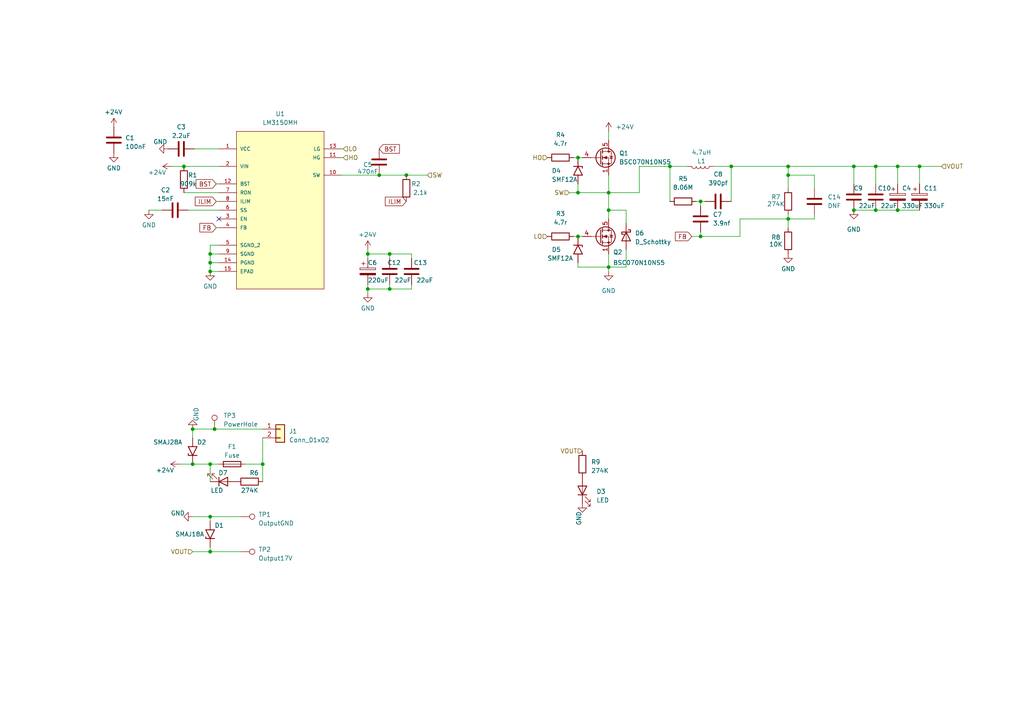
<source format=kicad_sch>
(kicad_sch (version 20230121) (generator eeschema)
  (paper "A4")
  (lib_symbols
    (symbol "0_RM2023:LM3150MH" (pin_names (offset 1.016))
      (property "Reference" "U" (at -4.4958 22.479 0))
      (property "Value" "LM3150MH" (at -6.1214 -28.7528 0))
      (symbol "LM3150MH_0_0"
        (rectangle (start -12.7 -25.4) (end 12.7 20.32) (stroke (width 0.1524)) (fill (type background)))
        (pin power_in line (at -17.78 15.24 0) (length 5.08) (name "VCC") (number "1"))
        (pin output line (at 17.78 7.62 180) (length 5.08) (name "SW") (number "10"))
        (pin output line (at 17.78 12.7 180) (length 5.08) (name "HG") (number "11"))
        (pin input line (at -17.78 5.08 0) (length 5.08) (name "BST") (number "12"))
        (pin output line (at 17.78 15.24 180) (length 5.08) (name "LG") (number "13"))
        (pin passive line (at -17.78 -17.78 0) (length 5.08) (name "PGND") (number "14"))
        (pin passive line (at -17.78 -20.32 0) (length 5.08) (name "EPAD") (number "15"))
        (pin input line (at -17.78 10.16 0) (length 5.08) (name "VIN") (number "2"))
        (pin input line (at -17.78 -5.08 0) (length 5.08) (name "EN") (number "3"))
        (pin input line (at -17.78 -7.62 0) (length 5.08) (name "FB") (number "4"))
        (pin passive line (at -17.78 -12.7 0) (length 5.08) (name "SGND_2") (number "5"))
        (pin input line (at -17.78 -2.54 0) (length 5.08) (name "SS") (number "6"))
        (pin input line (at -17.78 2.54 0) (length 5.08) (name "RON") (number "7"))
        (pin input line (at -17.78 0 0) (length 5.08) (name "ILIM") (number "8"))
        (pin passive line (at -17.78 -15.24 0) (length 5.08) (name "SGND") (number "9"))
      )
    )
    (symbol "Connector:TestPoint" (pin_numbers hide) (pin_names (offset 0.762) hide)
      (property "Reference" "TP" (at 0 6.858 0))
      (property "Value" "TestPoint" (at 0 5.08 0))
      (symbol "TestPoint_0_1"
        (circle (center 0 3.302) (radius 0.762))
      )
      (symbol "TestPoint_1_1"
        (pin passive line (at 0 0 90) (length 2.54) (name "1") (number "1"))
      )
    )
    (symbol "Connector_Generic:Conn_01x02" (pin_names (offset 1.016) hide)
      (property "Reference" "J" (at 0 2.54 0))
      (property "Value" "Conn_01x02" (at 0 -5.08 0))
      (symbol "Conn_01x02_1_1"
        (rectangle (start -1.27 -2.413) (end 0 -2.667) (stroke (width 0.1524)))
        (rectangle (start -1.27 0.127) (end 0 -0.127) (stroke (width 0.1524)))
        (rectangle (start -1.27 1.27) (end 1.27 -3.81) (stroke (width 0.254)) (fill (type background)))
        (pin passive line (at -5.08 0 0) (length 3.81) (name "Pin_1") (number "1"))
        (pin passive line (at -5.08 -2.54 0) (length 3.81) (name "Pin_2") (number "2"))
      )
    )
    (symbol "Device:C" (pin_numbers hide) (pin_names (offset 0.254))
      (property "Reference" "C" (at 0.635 2.54 0))
      (property "Value" "C" (at 0.635 -2.54 0))
      (symbol "C_0_1"
        (polyline (pts (xy -2.032 -0.762) (xy 2.032 -0.762)) (stroke (width 0.508)))
        (polyline (pts (xy -2.032 0.762) (xy 2.032 0.762)) (stroke (width 0.508)))
      )
      (symbol "C_1_1"
        (pin passive line (at 0 3.81 270) (length 2.794) (name "~") (number "1"))
        (pin passive line (at 0 -3.81 90) (length 2.794) (name "~") (number "2"))
      )
    )
    (symbol "Device:C_Polarized" (pin_numbers hide) (pin_names (offset 0.254))
      (property "Reference" "C" (at 0.635 2.54 0))
      (property "Value" "C_Polarized" (at 0.635 -2.54 0))
      (symbol "C_Polarized_0_1"
        (rectangle (start -2.286 0.508) (end 2.286 1.016))
        (polyline (pts (xy -1.778 2.286) (xy -0.762 2.286)))
        (polyline (pts (xy -1.27 2.794) (xy -1.27 1.778)))
        (rectangle (start 2.286 -0.508) (end -2.286 -1.016) (fill (type outline)))
      )
      (symbol "C_Polarized_1_1"
        (pin passive line (at 0 3.81 270) (length 2.794) (name "~") (number "1"))
        (pin passive line (at 0 -3.81 90) (length 2.794) (name "~") (number "2"))
      )
    )
    (symbol "Device:D_Schottky" (pin_numbers hide) (pin_names (offset 1.016) hide)
      (property "Reference" "D" (at 0 2.54 0))
      (property "Value" "D_Schottky" (at 0 -2.54 0))
      (symbol "D_Schottky_0_1"
        (polyline (pts (xy 1.27 0) (xy -1.27 0)))
        (polyline (pts (xy 1.27 1.27) (xy 1.27 -1.27) (xy -1.27 0) (xy 1.27 1.27)) (stroke (width 0.254)))
        (polyline (pts (xy -1.905 0.635) (xy -1.905 1.27) (xy -1.27 1.27) (xy -1.27 -1.27) (xy -0.635 -1.27) (xy -0.635 -0.635)) (stroke (width 0.254)))
      )
      (symbol "D_Schottky_1_1"
        (pin passive line (at -3.81 0 0) (length 2.54) (name "K") (number "1"))
        (pin passive line (at 3.81 0 180) (length 2.54) (name "A") (number "2"))
      )
    )
    (symbol "Device:Fuse" (pin_numbers hide) (pin_names (offset 0))
      (property "Reference" "F" (at 2.032 0 90))
      (property "Value" "Fuse" (at -1.905 0 90))
      (symbol "Fuse_0_1"
        (rectangle (start -0.762 -2.54) (end 0.762 2.54) (stroke (width 0.254)))
        (polyline (pts (xy 0 2.54) (xy 0 -2.54)))
      )
      (symbol "Fuse_1_1"
        (pin passive line (at 0 3.81 270) (length 1.27) (name "~") (number "1"))
        (pin passive line (at 0 -3.81 90) (length 1.27) (name "~") (number "2"))
      )
    )
    (symbol "Device:L" (pin_numbers hide) (pin_names (offset 1.016) hide)
      (property "Reference" "L" (at -1.27 0 90))
      (property "Value" "L" (at 1.905 0 90))
      (symbol "L_0_1"
        (arc (start 0 -2.54) (mid 0.6323 -1.905) (end 0 -1.27))
        (arc (start 0 -1.27) (mid 0.6323 -0.635) (end 0 0))
        (arc (start 0 0) (mid 0.6323 0.635) (end 0 1.27))
        (arc (start 0 1.27) (mid 0.6323 1.905) (end 0 2.54))
      )
      (symbol "L_1_1"
        (pin passive line (at 0 3.81 270) (length 1.27) (name "1") (number "1"))
        (pin passive line (at 0 -3.81 90) (length 1.27) (name "2") (number "2"))
      )
    )
    (symbol "Device:LED" (pin_numbers hide) (pin_names (offset 1.016) hide)
      (property "Reference" "D" (at 0 2.54 0))
      (property "Value" "LED" (at 0 -2.54 0))
      (symbol "LED_0_1"
        (polyline (pts (xy -1.27 -1.27) (xy -1.27 1.27)) (stroke (width 0.254)))
        (polyline (pts (xy -1.27 0) (xy 1.27 0)))
        (polyline (pts (xy 1.27 -1.27) (xy 1.27 1.27) (xy -1.27 0) (xy 1.27 -1.27)) (stroke (width 0.254)))
        (polyline (pts (xy -3.048 -0.762) (xy -4.572 -2.286) (xy -3.81 -2.286) (xy -4.572 -2.286) (xy -4.572 -1.524)))
        (polyline (pts (xy -1.778 -0.762) (xy -3.302 -2.286) (xy -2.54 -2.286) (xy -3.302 -2.286) (xy -3.302 -1.524)))
      )
      (symbol "LED_1_1"
        (pin passive line (at -3.81 0 0) (length 2.54) (name "K") (number "1"))
        (pin passive line (at 3.81 0 180) (length 2.54) (name "A") (number "2"))
      )
    )
    (symbol "Device:R" (pin_numbers hide) (pin_names (offset 0))
      (property "Reference" "R" (at 2.032 0 90))
      (property "Value" "R" (at 0 0 90))
      (symbol "R_0_1"
        (rectangle (start -1.016 -2.54) (end 1.016 2.54) (stroke (width 0.254)))
      )
      (symbol "R_1_1"
        (pin passive line (at 0 3.81 270) (length 1.27) (name "~") (number "1"))
        (pin passive line (at 0 -3.81 90) (length 1.27) (name "~") (number "2"))
      )
    )
    (symbol "Diode:SM6T30A" (pin_numbers hide) (pin_names (offset 1.016) hide)
      (property "Reference" "D" (at 0 2.54 0))
      (property "Value" "SM6T30A" (at 0 -2.54 0))
      (symbol "SM6T30A_0_1"
        (polyline (pts (xy -0.762 1.27) (xy -1.27 1.27) (xy -1.27 -1.27)) (stroke (width 0.254)))
        (polyline (pts (xy 1.27 1.27) (xy 1.27 -1.27) (xy -1.27 0) (xy 1.27 1.27)) (stroke (width 0.254)))
      )
      (symbol "SM6T30A_1_1"
        (pin passive line (at -3.81 0 0) (length 2.54) (name "A1") (number "1"))
        (pin passive line (at 3.81 0 180) (length 2.54) (name "A2") (number "2"))
      )
    )
    (symbol "Diode:SMF12A" (pin_numbers hide) (pin_names (offset 1.016) hide)
      (property "Reference" "D" (at 0 2.54 0))
      (property "Value" "SMF12A" (at 0 -2.54 0))
      (symbol "SMF12A_0_1"
        (polyline (pts (xy -0.762 1.27) (xy -1.27 1.27) (xy -1.27 -1.27)) (stroke (width 0.254)))
        (polyline (pts (xy 1.27 1.27) (xy 1.27 -1.27) (xy -1.27 0) (xy 1.27 1.27)) (stroke (width 0.254)))
      )
      (symbol "SMF12A_1_1"
        (pin passive line (at -3.81 0 0) (length 2.54) (name "A1") (number "1"))
        (pin passive line (at 3.81 0 180) (length 2.54) (name "A2") (number "2"))
      )
    )
    (symbol "Transistor_FET:BSC070N10NS5" (pin_names hide)
      (property "Reference" "Q" (at 5.08 1.905 0))
      (property "Value" "BSC070N10NS5" (at 5.08 0 0))
      (symbol "BSC070N10NS5_0_1"
        (polyline (pts (xy 0.254 0) (xy -2.54 0)))
        (polyline (pts (xy 0.254 1.905) (xy 0.254 -1.905)) (stroke (width 0.254)))
        (polyline (pts (xy 0.762 -1.27) (xy 0.762 -2.286)) (stroke (width 0.254)))
        (polyline (pts (xy 0.762 0.508) (xy 0.762 -0.508)) (stroke (width 0.254)))
        (polyline (pts (xy 0.762 2.286) (xy 0.762 1.27)) (stroke (width 0.254)))
        (polyline (pts (xy 2.54 2.54) (xy 2.54 1.778)))
        (polyline (pts (xy 2.54 -2.54) (xy 2.54 0) (xy 0.762 0)))
        (polyline (pts (xy 0.762 -1.778) (xy 3.302 -1.778) (xy 3.302 1.778) (xy 0.762 1.778)))
        (polyline (pts (xy 1.016 0) (xy 2.032 0.381) (xy 2.032 -0.381) (xy 1.016 0)) (fill (type outline)))
        (polyline (pts (xy 2.794 0.508) (xy 2.921 0.381) (xy 3.683 0.381) (xy 3.81 0.254)))
        (polyline (pts (xy 3.302 0.381) (xy 2.921 -0.254) (xy 3.683 -0.254) (xy 3.302 0.381)))
        (circle (center 1.651 0) (radius 2.794) (stroke (width 0.254)))
        (circle (center 2.54 -1.778) (radius 0.254) (fill (type outline)))
        (circle (center 2.54 1.778) (radius 0.254) (fill (type outline)))
      )
      (symbol "BSC070N10NS5_1_1"
        (pin passive line (at 2.54 -5.08 90) (length 2.54) (name "S") (number "1"))
        (pin passive line (at 2.54 -5.08 90) (length 2.54) hide (name "S") (number "2"))
        (pin passive line (at 2.54 -5.08 90) (length 2.54) hide (name "S") (number "3"))
        (pin passive line (at -5.08 0 0) (length 2.54) (name "G") (number "4"))
        (pin passive line (at 2.54 5.08 270) (length 2.54) (name "D") (number "5"))
      )
    )
    (symbol "power:+24V" (power) (pin_names (offset 0))
      (property "Value" "+24V" (at 0 3.556 0))
      (symbol "+24V_0_1"
        (polyline (pts (xy -0.762 1.27) (xy 0 2.54)))
        (polyline (pts (xy 0 0) (xy 0 2.54)))
        (polyline (pts (xy 0 2.54) (xy 0.762 1.27)))
      )
      (symbol "+24V_1_1"
        (pin power_in line (at 0 0 90) (length 0) hide (name "+24V") (number "1"))
      )
    )
    (symbol "power:GND" (power) (pin_names (offset 0))
      (property "Value" "GND" (at 0 -3.81 0))
      (symbol "GND_0_1"
        (polyline (pts (xy 0 0) (xy 0 -1.27) (xy 1.27 -1.27) (xy 0 -2.54) (xy -1.27 -1.27) (xy 0 -1.27)))
      )
      (symbol "GND_1_1"
        (pin power_in line (at 0 0 270) (length 0) hide (name "GND") (number "1"))
      )
    )
  )
  (junction (at 76.2 134.62))
  (junction (at 60.96 78.74))
  (junction (at 109.982 50.8))
  (junction (at 228.6 63.5))
  (junction (at 260.35 48.26))
  (junction (at 203.2 58.42))
  (junction (at 260.35 60.96))
  (junction (at 53.34 48.26))
  (junction (at 55.88 134.62))
  (junction (at 117.856 50.8))
  (junction (at 247.65 60.96))
  (junction (at 176.53 55.88))
  (junction (at 167.64 55.88))
  (junction (at 228.6 50.8))
  (junction (at 167.64 45.72))
  (junction (at 266.7 48.26))
  (junction (at 203.2 68.58))
  (junction (at 254 48.26))
  (junction (at 55.88 124.46))
  (junction (at 194.31 48.26))
  (junction (at 176.53 60.96))
  (junction (at 254 60.96))
  (junction (at 60.96 73.66))
  (junction (at 247.65 48.26))
  (junction (at 176.53 77.47))
  (junction (at 106.68 83.82))
  (junction (at 113.03 73.66))
  (junction (at 62.23 124.46))
  (junction (at 212.09 48.26))
  (junction (at 60.96 76.2))
  (junction (at 167.64 68.58))
  (junction (at 60.96 149.86))
  (junction (at 60.96 160.02))
  (junction (at 113.03 83.82))
  (junction (at 106.68 73.66))
  (junction (at 228.6 48.26))
  (junction (at 60.96 134.62))
  (no_connect (at 63.5 63.5))
  (wire (pts (xy 228.6 48.26) (xy 228.6 50.8)))
  (wire (pts (xy 53.34 48.26) (xy 63.5 48.26)))
  (wire (pts (xy 60.96 71.12) (xy 60.96 73.66)))
  (wire (pts (xy 119.38 82.55) (xy 119.38 83.82)))
  (wire (pts (xy 247.65 48.26) (xy 254 48.26)))
  (wire (pts (xy 60.96 76.2) (xy 60.96 78.74)))
  (wire (pts (xy 167.64 68.58) (xy 168.91 68.58)))
  (wire (pts (xy 236.22 63.5) (xy 228.6 63.5)))
  (wire (pts (xy 236.22 50.8) (xy 236.22 54.61)))
  (wire (pts (xy 56.388 43.18) (xy 63.5 43.18)))
  (wire (pts (xy 60.96 134.62) (xy 63.5 134.62)))
  (wire (pts (xy 166.37 68.58) (xy 167.64 68.58)))
  (wire (pts (xy 185.42 48.26) (xy 194.31 48.26)))
  (wire (pts (xy 165.1 55.88) (xy 167.64 55.88)))
  (wire (pts (xy 176.53 60.96) (xy 176.53 63.5)))
  (wire (pts (xy 55.88 160.02) (xy 60.96 160.02)))
  (wire (pts (xy 176.53 38.1) (xy 176.53 40.64)))
  (wire (pts (xy 106.68 73.66) (xy 106.68 74.93)))
  (wire (pts (xy 181.61 72.39) (xy 181.61 77.47)))
  (wire (pts (xy 266.7 48.26) (xy 273.05 48.26)))
  (wire (pts (xy 203.2 67.31) (xy 203.2 68.58)))
  (wire (pts (xy 60.96 149.86) (xy 60.96 151.13)))
  (wire (pts (xy 62.23 124.46) (xy 76.2 124.46)))
  (wire (pts (xy 99.06 43.18) (xy 99.568 43.18)))
  (wire (pts (xy 52.07 134.62) (xy 55.88 134.62)))
  (wire (pts (xy 53.34 55.88) (xy 63.5 55.88)))
  (wire (pts (xy 166.37 45.72) (xy 167.64 45.72)))
  (wire (pts (xy 204.47 58.42) (xy 203.2 58.42)))
  (wire (pts (xy 76.2 134.62) (xy 76.2 139.7)))
  (wire (pts (xy 49.784 48.26) (xy 53.34 48.26)))
  (wire (pts (xy 203.2 68.58) (xy 214.63 68.58)))
  (wire (pts (xy 106.68 73.66) (xy 113.03 73.66)))
  (wire (pts (xy 176.53 77.47) (xy 176.53 73.66)))
  (wire (pts (xy 260.35 60.96) (xy 266.7 60.96)))
  (wire (pts (xy 228.6 50.8) (xy 236.22 50.8)))
  (wire (pts (xy 194.31 48.26) (xy 194.31 58.42)))
  (wire (pts (xy 106.68 85.09) (xy 106.68 83.82)))
  (wire (pts (xy 228.6 63.5) (xy 228.6 62.23)))
  (wire (pts (xy 113.03 73.66) (xy 113.03 74.93)))
  (wire (pts (xy 60.96 134.62) (xy 60.96 139.7)))
  (wire (pts (xy 254 60.96) (xy 260.35 60.96)))
  (wire (pts (xy 254 48.26) (xy 260.35 48.26)))
  (wire (pts (xy 55.88 124.46) (xy 55.88 127)))
  (wire (pts (xy 176.53 55.88) (xy 176.53 60.96)))
  (wire (pts (xy 181.61 60.96) (xy 181.61 64.77)))
  (wire (pts (xy 106.68 83.82) (xy 106.68 82.55)))
  (wire (pts (xy 55.88 149.86) (xy 60.96 149.86)))
  (wire (pts (xy 203.2 58.42) (xy 203.2 59.69)))
  (wire (pts (xy 60.96 160.02) (xy 69.85 160.02)))
  (wire (pts (xy 200.66 68.58) (xy 203.2 68.58)))
  (wire (pts (xy 99.06 45.72) (xy 99.568 45.72)))
  (wire (pts (xy 63.5 58.42) (xy 62.738 58.42)))
  (wire (pts (xy 106.68 72.39) (xy 106.68 73.66)))
  (wire (pts (xy 55.88 134.62) (xy 60.96 134.62)))
  (wire (pts (xy 60.96 78.74) (xy 63.5 78.74)))
  (wire (pts (xy 167.64 45.72) (xy 168.91 45.72)))
  (wire (pts (xy 43.18 60.96) (xy 46.99 60.96)))
  (wire (pts (xy 60.96 149.86) (xy 69.85 149.86)))
  (wire (pts (xy 228.6 66.04) (xy 228.6 63.5)))
  (wire (pts (xy 176.53 78.74) (xy 176.53 77.47)))
  (wire (pts (xy 113.03 82.55) (xy 113.03 83.82)))
  (wire (pts (xy 119.38 74.93) (xy 119.38 73.66)))
  (wire (pts (xy 254 48.26) (xy 254 53.34)))
  (wire (pts (xy 113.03 83.82) (xy 119.38 83.82)))
  (wire (pts (xy 167.64 76.2) (xy 167.64 77.47)))
  (wire (pts (xy 181.61 77.47) (xy 176.53 77.47)))
  (wire (pts (xy 199.39 48.26) (xy 194.31 48.26)))
  (wire (pts (xy 60.96 73.66) (xy 60.96 76.2)))
  (wire (pts (xy 54.61 60.96) (xy 63.5 60.96)))
  (wire (pts (xy 167.64 77.47) (xy 176.53 77.47)))
  (wire (pts (xy 236.22 62.23) (xy 236.22 63.5)))
  (wire (pts (xy 212.09 48.26) (xy 228.6 48.26)))
  (wire (pts (xy 214.63 68.58) (xy 214.63 63.5)))
  (wire (pts (xy 63.5 71.12) (xy 60.96 71.12)))
  (wire (pts (xy 228.6 50.8) (xy 228.6 54.61)))
  (wire (pts (xy 63.5 66.04) (xy 62.738 66.04)))
  (wire (pts (xy 185.42 55.88) (xy 185.42 48.26)))
  (wire (pts (xy 106.68 83.82) (xy 113.03 83.82)))
  (wire (pts (xy 99.06 50.8) (xy 109.982 50.8)))
  (wire (pts (xy 247.65 60.96) (xy 254 60.96)))
  (wire (pts (xy 260.35 48.26) (xy 266.7 48.26)))
  (wire (pts (xy 63.5 73.66) (xy 60.96 73.66)))
  (wire (pts (xy 63.5 76.2) (xy 60.96 76.2)))
  (wire (pts (xy 214.63 63.5) (xy 228.6 63.5)))
  (wire (pts (xy 167.64 55.88) (xy 176.53 55.88)))
  (wire (pts (xy 203.2 58.42) (xy 201.93 58.42)))
  (wire (pts (xy 55.88 124.46) (xy 62.23 124.46)))
  (wire (pts (xy 266.7 48.26) (xy 266.7 53.34)))
  (wire (pts (xy 228.6 48.26) (xy 247.65 48.26)))
  (wire (pts (xy 71.12 134.62) (xy 76.2 134.62)))
  (wire (pts (xy 176.53 55.88) (xy 185.42 55.88)))
  (wire (pts (xy 260.35 48.26) (xy 260.35 53.34)))
  (wire (pts (xy 63.5 53.34) (xy 62.738 53.34)))
  (wire (pts (xy 117.856 50.8) (xy 123.952 50.8)))
  (wire (pts (xy 212.09 48.26) (xy 212.09 58.42)))
  (wire (pts (xy 167.64 53.34) (xy 167.64 55.88)))
  (wire (pts (xy 212.09 48.26) (xy 207.01 48.26)))
  (wire (pts (xy 176.53 60.96) (xy 181.61 60.96)))
  (wire (pts (xy 176.53 50.8) (xy 176.53 55.88)))
  (wire (pts (xy 60.96 158.75) (xy 60.96 160.02)))
  (wire (pts (xy 113.03 73.66) (xy 119.38 73.66)))
  (wire (pts (xy 76.2 127) (xy 76.2 134.62)))
  (wire (pts (xy 109.982 50.8) (xy 117.856 50.8)))
  (wire (pts (xy 247.65 48.26) (xy 247.65 53.34)))
  (global_label "ILIM" (shape input) (at 62.738 58.42 180) (property "Intersheetrefs" "${INTERSHEET_REFS}" (effects hide)))
  (global_label "FB" (shape input) (at 200.66 68.58 180) (property "Intersheetrefs" "${INTERSHEET_REFS}" (effects hide)))
  (global_label "BST" (shape input) (at 109.982 43.18 0) (property "Intersheetrefs" "${INTERSHEET_REFS}" (effects hide)))
  (global_label "ILIM" (shape input) (at 117.856 58.42 180) (property "Intersheetrefs" "${INTERSHEET_REFS}" (effects hide)))
  (global_label "FB" (shape input) (at 62.738 66.04 180) (property "Intersheetrefs" "${INTERSHEET_REFS}" (effects hide)))
  (global_label "BST" (shape input) (at 62.738 53.34 180) (property "Intersheetrefs" "${INTERSHEET_REFS}" (effects hide)))
  (hierarchical_label "SW" (shape input) (at 165.1 55.88 180))
  (hierarchical_label "HO" (shape input) (at 158.75 45.72 180))
  (hierarchical_label "HO" (shape input) (at 99.568 45.72 0))
  (hierarchical_label "VOUT" (shape input) (at 55.88 160.02 180))
  (hierarchical_label "VOUT" (shape input) (at 168.91 130.81 180))
  (hierarchical_label "SW" (shape input) (at 123.952 50.8 0))
  (hierarchical_label "LO" (shape input) (at 158.75 68.58 180))
  (hierarchical_label "LO" (shape input) (at 99.568 43.18 0))
  (hierarchical_label "VOUT" (shape input) (at 273.05 48.26 0))
  (symbol (lib_id "Transistor_FET:BSC070N10NS5") (at 173.99 45.72 0) (unit 1)
    (property "Reference" "Q1" (at 179.578 44.4499 0) (effects (justify left)))
    (property "Value" "BSC070N10NS5" (at 179.578 46.9899 0) (effects (justify left)))
    (property "Footprint" "Package_TO_SOT_SMD:TDSON-8-1" (effects hide))
    (property "Datasheet" "http://www.infineon.com/dgdl/Infineon-BSC070N10NS5-DS-v02_01-EN.pdf?fileId=5546d4624a0bf290014a0fc62d9d6b3c" (effects hide))
  )
  (symbol (lib_id "power:GND") (at 168.91 146.05 0) (unit 1)
    (property "Reference" "#PWR0114" (effects hide))
    (property "Value" "GND" (at 167.894 152.4 90) (effects (justify left)))
  )
  (symbol (lib_id "Device:LED") (at 64.77 139.7 0) (mirror x) (unit 1)
    (property "Reference" "D7" (at 66.04 137.16 0) (effects (justify right)))
    (property "Value" "LED" (at 64.77 142.24 0) (effects (justify right)))
    (property "Footprint" "LED_SMD:LED_0603_1608Metric" (effects hide))
  )
  (symbol (lib_id "Device:C") (at 109.982 46.99 180) (unit 1)
    (property "Reference" "C5" (at 106.68 47.752 0))
    (property "Value" "470nF" (at 106.68 49.784 0))
    (property "Footprint" "Capacitor_SMD:C_0603_1608Metric" (effects hide))
  )
  (symbol (lib_id "Device:R") (at 72.39 139.7 270) (mirror x) (unit 1)
    (property "Reference" "R6" (at 72.39 137.16 90) (effects (justify left)))
    (property "Value" "274K" (at 69.85 142.24 90) (effects (justify left)))
    (property "Footprint" "Resistor_SMD:R_0603_1608Metric" (effects hide))
  )
  (symbol (lib_id "Device:L") (at 203.2 48.26 90) (mirror x) (unit 1)
    (property "Reference" "L1" (at 203.454 46.736 90))
    (property "Value" "4.7uH" (at 203.454 44.196 90))
    (property "Footprint" "0_RM2023:Inductor_RM6" (effects hide))
  )
  (symbol (lib_id "Device:LED") (at 168.91 142.24 90) (unit 1)
    (property "Reference" "D3" (at 172.974 142.5574 90) (effects (justify right)))
    (property "Value" "LED" (at 172.974 145.0974 90) (effects (justify right)))
    (property "Footprint" "LED_SMD:LED_0603_1608Metric" (effects hide))
  )
  (symbol (lib_id "Device:C_Polarized") (at 260.35 57.15 0) (unit 1)
    (property "Reference" "C4" (at 261.62 54.61 0) (effects (justify left)))
    (property "Value" "330uF" (at 261.62 59.69 0) (effects (justify left)))
    (property "Footprint" "Capacitor_THT:CP_Radial_D8.0mm_P3.50mm" (effects hide))
  )
  (symbol (lib_id "power:GND") (at 55.88 149.86 270) (unit 1)
    (property "Reference" "#PWR0113" (effects hide))
    (property "Value" "GND" (at 49.53 148.844 90) (effects (justify left)))
  )
  (symbol (lib_id "Connector:TestPoint") (at 69.85 149.86 270) (unit 1)
    (property "Reference" "TP1" (at 74.93 149.225 90) (effects (justify left)))
    (property "Value" "OutputGND" (at 74.93 151.765 90) (effects (justify left)))
    (property "Footprint" "TestPoint:TestPoint_Plated_Hole_D3.0mm" (effects hide))
  )
  (symbol (lib_id "Device:R") (at 228.6 58.42 180) (unit 1)
    (property "Reference" "R7" (at 225.044 57.15 0))
    (property "Value" "274K" (at 225.044 59.182 0))
    (property "Footprint" "Resistor_SMD:R_0603_1608Metric" (effects hide))
  )
  (symbol (lib_id "0_RM2023:LM3150MH") (at 81.28 58.42 0) (unit 1)
    (property "Reference" "U1" (at 81.28 33.02 0))
    (property "Value" "LM3150MH" (at 81.28 35.56 0))
    (property "Footprint" "Package_SO:HTSSOP-14-1EP_4.4x5mm_P0.65mm_EP3.4x5mm_Mask3x3.1mm" (effects hide))
    (property "PACKAGE" "TSSOP-14" (effects hide))
    (property "OC_NEWARK" "34P4821" (effects hide))
    (property "MPN" "LM3150MH" (effects hide))
    (property "OC_FARNELL" "-" (effects hide))
    (property "SUPPLIER" "National Semiconductor" (effects hide))
  )
  (symbol (lib_id "Diode:SM6T30A") (at 60.96 154.94 90) (unit 1)
    (property "Reference" "D1" (at 62.23 152.4 90) (effects (justify right)))
    (property "Value" "SMAJ18A" (at 50.8 154.94 90) (effects (justify right)))
    (property "Footprint" "Diode_SMD:D_SMC" (effects hide))
    (property "Datasheet" "https://www.st.com/resource/en/datasheet/sm6t.pdf" (effects hide))
  )
  (symbol (lib_id "Device:D_Schottky") (at 181.61 68.58 270) (unit 1)
    (property "Reference" "D6" (at 184.15 67.6275 90) (effects (justify left)))
    (property "Value" "D_Schottky" (at 184.15 70.1675 90) (effects (justify left)))
    (property "Footprint" "Diode_SMD:D_PowerDI-5" (effects hide))
  )
  (symbol (lib_id "Device:R") (at 53.34 52.07 0) (mirror x) (unit 1)
    (property "Reference" "R1" (at 55.88 50.8 0))
    (property "Value" "909k" (at 54.61 53.34 0))
    (property "Footprint" "Resistor_SMD:R_0603_1608Metric" (effects hide))
  )
  (symbol (lib_id "Device:C") (at 50.8 60.96 90) (unit 1)
    (property "Reference" "C2" (at 48.006 55.118 90))
    (property "Value" "15nF" (at 48.006 57.658 90))
    (property "Footprint" "Capacitor_SMD:C_0603_1608Metric" (effects hide))
  )
  (symbol (lib_id "Device:C") (at 33.02 40.64 0) (unit 1)
    (property "Reference" "C1" (at 36.322 40.005 0) (effects (justify left)))
    (property "Value" "100nF" (at 36.322 42.545 0) (effects (justify left)))
    (property "Footprint" "Capacitor_SMD:C_0603_1608Metric" (effects hide))
  )
  (symbol (lib_id "power:GND") (at 33.02 44.45 0) (unit 1)
    (property "Reference" "#PWR0116" (effects hide))
    (property "Value" "GND" (at 30.988 48.768 0) (effects (justify left)))
  )
  (symbol (lib_id "Device:R") (at 228.6 69.85 180) (unit 1)
    (property "Reference" "R8" (at 225.044 68.834 0))
    (property "Value" "10K" (at 225.044 70.866 0))
    (property "Footprint" "Resistor_SMD:R_0603_1608Metric" (effects hide))
  )
  (symbol (lib_id "Device:C") (at 208.28 58.42 90) (unit 1)
    (property "Reference" "C8" (at 208.28 50.546 90))
    (property "Value" "390pf" (at 208.28 53.086 90))
    (property "Footprint" "Capacitor_SMD:C_0603_1608Metric" (effects hide))
  )
  (symbol (lib_id "Device:C") (at 203.2 63.5 180) (unit 1)
    (property "Reference" "C7" (at 206.756 62.2299 0) (effects (justify right)))
    (property "Value" "3.9nf" (at 206.756 64.7699 0) (effects (justify right)))
    (property "Footprint" "Capacitor_SMD:C_0603_1608Metric" (effects hide))
  )
  (symbol (lib_id "Device:C") (at 236.22 58.42 180) (unit 1)
    (property "Reference" "C14" (at 240.03 57.1499 0) (effects (justify right)))
    (property "Value" "DNF" (at 240.03 59.6899 0) (effects (justify right)))
    (property "Footprint" "Capacitor_SMD:C_0603_1608Metric" (effects hide))
  )
  (symbol (lib_id "Device:R") (at 168.91 134.62 0) (unit 1)
    (property "Reference" "R9" (at 171.45 133.985 0) (effects (justify left)))
    (property "Value" "274K" (at 171.45 136.525 0) (effects (justify left)))
    (property "Footprint" "Resistor_SMD:R_0603_1608Metric" (effects hide))
  )
  (symbol (lib_id "power:GND") (at 247.65 60.96 0) (unit 1)
    (property "Reference" "#PWR02" (effects hide))
    (property "Value" "GND" (at 247.65 66.548 0))
  )
  (symbol (lib_id "power:GND") (at 106.68 85.09 0) (unit 1)
    (property "Reference" "#PWR0103" (effects hide))
    (property "Value" "GND" (at 104.648 89.408 0) (effects (justify left)))
  )
  (symbol (lib_id "power:+24V") (at 52.07 134.62 90) (unit 1)
    (property "Reference" "#PWR0112" (effects hide))
    (property "Value" "+24V" (at 45.212 136.398 90) (effects (justify right)))
  )
  (symbol (lib_id "power:GND") (at 43.18 60.96 0) (unit 1)
    (property "Reference" "#PWR03" (effects hide))
    (property "Value" "GND" (at 41.148 65.278 0) (effects (justify left)))
  )
  (symbol (lib_id "Device:R") (at 198.12 58.42 90) (unit 1)
    (property "Reference" "R5" (at 198.12 51.816 90))
    (property "Value" "8.06M" (at 198.12 54.356 90))
    (property "Footprint" "Resistor_SMD:R_0603_1608Metric" (effects hide))
  )
  (symbol (lib_id "Device:R") (at 117.856 54.61 180) (unit 1)
    (property "Reference" "R2" (at 120.65 53.34 0))
    (property "Value" "2.1k" (at 121.92 55.88 0))
    (property "Footprint" "Resistor_SMD:R_0603_1608Metric" (effects hide))
  )
  (symbol (lib_id "Device:C") (at 52.578 43.18 90) (unit 1)
    (property "Reference" "C3" (at 52.578 36.83 90))
    (property "Value" "2.2uF" (at 52.578 39.37 90))
    (property "Footprint" "Capacitor_SMD:C_0603_1608Metric" (effects hide))
  )
  (symbol (lib_id "power:+24V") (at 176.53 38.1 0) (unit 1)
    (property "Reference" "#PWR0109" (effects hide))
    (property "Value" "+24V" (at 178.562 36.8299 0) (effects (justify left)))
  )
  (symbol (lib_id "power:+24V") (at 33.02 36.83 0) (unit 1)
    (property "Reference" "#PWR0115" (effects hide))
    (property "Value" "+24V" (at 35.56 32.512 0) (effects (justify right)))
  )
  (symbol (lib_id "Device:R") (at 162.56 45.72 90) (unit 1)
    (property "Reference" "R4" (at 162.56 39.116 90))
    (property "Value" "4.7r" (at 162.56 41.656 90))
    (property "Footprint" "Resistor_SMD:R_0603_1608Metric" (effects hide))
  )
  (symbol (lib_id "power:GND") (at 55.88 124.46 180) (unit 1)
    (property "Reference" "#PWR0111" (effects hide))
    (property "Value" "GND" (at 56.896 118.11 90) (effects (justify left)))
  )
  (symbol (lib_id "Device:Fuse") (at 67.31 134.62 90) (unit 1)
    (property "Reference" "F1" (at 67.31 129.54 90))
    (property "Value" "Fuse" (at 67.31 132.08 90))
    (property "Footprint" "Fuse:Fuseholder_Littelfuse_Nano2_157x" (effects hide))
  )
  (symbol (lib_id "Device:C_Polarized") (at 266.7 57.15 0) (unit 1)
    (property "Reference" "C11" (at 267.97 54.61 0) (effects (justify left)))
    (property "Value" "330uF" (at 267.97 59.69 0) (effects (justify left)))
    (property "Footprint" "Capacitor_THT:CP_Radial_D8.0mm_P3.50mm" (effects hide))
  )
  (symbol (lib_id "power:+24V") (at 106.68 72.39 0) (unit 1)
    (property "Reference" "#PWR0102" (effects hide))
    (property "Value" "+24V" (at 109.22 68.072 0) (effects (justify right)))
  )
  (symbol (lib_id "power:GND") (at 48.768 43.18 270) (unit 1)
    (property "Reference" "#PWR0107" (effects hide))
    (property "Value" "GND" (at 44.45 41.148 90) (effects (justify left)))
  )
  (symbol (lib_id "Transistor_FET:BSC070N10NS5") (at 173.99 68.58 0) (unit 1)
    (property "Reference" "Q2" (at 177.8 73.152 0) (effects (justify left)))
    (property "Value" "BSC070N10NS5" (at 177.8 76.2 0) (effects (justify left)))
    (property "Footprint" "Package_TO_SOT_SMD:TDSON-8-1" (effects hide))
    (property "Datasheet" "http://www.infineon.com/dgdl/Infineon-BSC070N10NS5-DS-v02_01-EN.pdf?fileId=5546d4624a0bf290014a0fc62d9d6b3c" (effects hide))
  )
  (symbol (lib_id "Device:C") (at 113.03 78.74 180) (unit 1)
    (property "Reference" "C12" (at 114.3 76.2 0))
    (property "Value" "22uF" (at 116.84 81.28 0))
    (property "Footprint" "Capacitor_SMD:C_1206_3216Metric" (effects hide))
  )
  (symbol (lib_id "Diode:SMF12A") (at 167.64 72.39 270) (unit 1)
    (property "Reference" "D5" (at 160.02 72.39 90) (effects (justify left)))
    (property "Value" "SMF12A" (at 158.75 74.93 90) (effects (justify left)))
    (property "Footprint" "Diode_SMD:D_SMF" (effects hide))
    (property "Datasheet" "https://www.vishay.com/doc?85881" (effects hide))
  )
  (symbol (lib_id "Diode:SMF12A") (at 167.64 49.53 270) (unit 1)
    (property "Reference" "D4" (at 160.02 49.53 90) (effects (justify left)))
    (property "Value" "SMF12A" (at 160.02 52.07 90) (effects (justify left)))
    (property "Footprint" "Diode_SMD:D_SMF" (effects hide))
    (property "Datasheet" "https://www.vishay.com/doc?85881" (effects hide))
  )
  (symbol (lib_id "Device:C") (at 247.65 57.15 180) (unit 1)
    (property "Reference" "C9" (at 248.92 54.61 0))
    (property "Value" "22uF" (at 251.46 59.69 0))
    (property "Footprint" "Capacitor_SMD:C_1206_3216Metric" (effects hide))
  )
  (symbol (lib_id "power:+24V") (at 49.784 48.26 90) (unit 1)
    (property "Reference" "#PWR0108" (effects hide))
    (property "Value" "+24V" (at 42.926 50.038 90) (effects (justify right)))
  )
  (symbol (lib_id "Device:R") (at 162.56 68.58 90) (unit 1)
    (property "Reference" "R3" (at 162.56 61.976 90))
    (property "Value" "4.7r" (at 162.56 64.516 90))
    (property "Footprint" "Resistor_SMD:R_0603_1608Metric" (effects hide))
  )
  (symbol (lib_id "power:GND") (at 228.6 73.66 0) (unit 1)
    (property "Reference" "#PWR01" (effects hide))
    (property "Value" "GND" (at 226.568 77.978 0) (effects (justify left)))
  )
  (symbol (lib_id "Connector:TestPoint") (at 69.85 160.02 270) (unit 1)
    (property "Reference" "TP2" (at 74.93 159.385 90) (effects (justify left)))
    (property "Value" "Output17V" (at 74.93 161.925 90) (effects (justify left)))
    (property "Footprint" "TestPoint:TestPoint_Plated_Hole_D3.0mm" (effects hide))
  )
  (symbol (lib_id "power:GND") (at 176.53 78.74 0) (unit 1)
    (property "Reference" "#PWR0110" (effects hide))
    (property "Value" "GND" (at 176.53 84.328 0))
  )
  (symbol (lib_id "Device:C_Polarized") (at 106.68 78.74 0) (unit 1)
    (property "Reference" "C6" (at 106.68 76.2 0) (effects (justify left)))
    (property "Value" "220uF" (at 106.68 81.28 0) (effects (justify left)))
    (property "Footprint" "Capacitor_THT:CP_Radial_D8.0mm_P3.50mm" (effects hide))
  )
  (symbol (lib_id "Connector:TestPoint") (at 62.23 124.46 0) (unit 1)
    (property "Reference" "TP3" (at 64.77 120.523 0) (effects (justify left)))
    (property "Value" "PowerHole" (at 64.77 123.063 0) (effects (justify left)))
    (property "Footprint" "TestPoint:TestPoint_Plated_Hole_D2.0mm" (effects hide))
  )
  (symbol (lib_id "Device:C") (at 254 57.15 180) (unit 1)
    (property "Reference" "C10" (at 256.54 54.61 0))
    (property "Value" "22uF" (at 257.81 59.69 0))
    (property "Footprint" "Capacitor_SMD:C_1206_3216Metric" (effects hide))
  )
  (symbol (lib_id "Diode:SM6T30A") (at 55.88 130.81 90) (unit 1)
    (property "Reference" "D2" (at 57.15 128.27 90) (effects (justify right)))
    (property "Value" "SMAJ28A" (at 44.45 128.27 90) (effects (justify right)))
    (property "Footprint" "Diode_SMD:D_SMC" (effects hide))
    (property "Datasheet" "https://www.st.com/resource/en/datasheet/sm6t.pdf" (effects hide))
  )
  (symbol (lib_id "Connector_Generic:Conn_01x02") (at 81.28 124.46 0) (unit 1)
    (property "Reference" "J1" (at 83.82 125.095 0) (effects (justify left)))
    (property "Value" "Conn_01x02" (at 83.82 127.635 0) (effects (justify left)))
    (property "Footprint" "Connector_AMASS:AMASS_XT30PW-M_1x02_P2.50mm_Horizontal" (effects hide))
  )
  (symbol (lib_id "Device:C") (at 119.38 78.74 180) (unit 1)
    (property "Reference" "C13" (at 121.92 76.2 0))
    (property "Value" "22uF" (at 123.19 81.28 0))
    (property "Footprint" "Capacitor_SMD:C_1206_3216Metric" (effects hide))
  )
  (symbol (lib_id "power:GND") (at 60.96 78.74 0) (unit 1)
    (property "Reference" "#PWR0105" (effects hide))
    (property "Value" "GND" (at 58.928 83.058 0) (effects (justify left)))
  )
)
</source>
